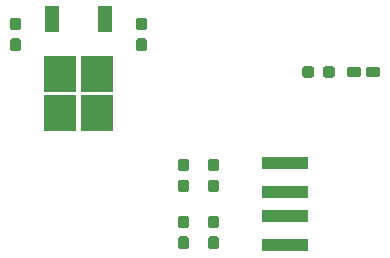
<source format=gbr>
G04 #@! TF.GenerationSoftware,KiCad,Pcbnew,(5.0.2)-1*
G04 #@! TF.CreationDate,2019-07-27T15:32:46-05:00*
G04 #@! TF.ProjectId,BusinessCards,42757369-6e65-4737-9343-617264732e6b,rev?*
G04 #@! TF.SameCoordinates,Original*
G04 #@! TF.FileFunction,Paste,Bot*
G04 #@! TF.FilePolarity,Positive*
%FSLAX46Y46*%
G04 Gerber Fmt 4.6, Leading zero omitted, Abs format (unit mm)*
G04 Created by KiCad (PCBNEW (5.0.2)-1) date 7/27/2019 3:32:46 PM*
%MOMM*%
%LPD*%
G01*
G04 APERTURE LIST*
%ADD10C,0.100000*%
%ADD11C,0.950000*%
%ADD12C,0.850000*%
%ADD13R,4.000000X1.120000*%
%ADD14R,2.750000X3.050000*%
%ADD15R,1.200000X2.200000*%
G04 APERTURE END LIST*
D10*
G04 #@! TO.C,C1*
G36*
X158756779Y-62186144D02*
X158779834Y-62189563D01*
X158802443Y-62195227D01*
X158824387Y-62203079D01*
X158845457Y-62213044D01*
X158865448Y-62225026D01*
X158884168Y-62238910D01*
X158901438Y-62254562D01*
X158917090Y-62271832D01*
X158930974Y-62290552D01*
X158942956Y-62310543D01*
X158952921Y-62331613D01*
X158960773Y-62353557D01*
X158966437Y-62376166D01*
X158969856Y-62399221D01*
X158971000Y-62422500D01*
X158971000Y-62997500D01*
X158969856Y-63020779D01*
X158966437Y-63043834D01*
X158960773Y-63066443D01*
X158952921Y-63088387D01*
X158942956Y-63109457D01*
X158930974Y-63129448D01*
X158917090Y-63148168D01*
X158901438Y-63165438D01*
X158884168Y-63181090D01*
X158865448Y-63194974D01*
X158845457Y-63206956D01*
X158824387Y-63216921D01*
X158802443Y-63224773D01*
X158779834Y-63230437D01*
X158756779Y-63233856D01*
X158733500Y-63235000D01*
X158258500Y-63235000D01*
X158235221Y-63233856D01*
X158212166Y-63230437D01*
X158189557Y-63224773D01*
X158167613Y-63216921D01*
X158146543Y-63206956D01*
X158126552Y-63194974D01*
X158107832Y-63181090D01*
X158090562Y-63165438D01*
X158074910Y-63148168D01*
X158061026Y-63129448D01*
X158049044Y-63109457D01*
X158039079Y-63088387D01*
X158031227Y-63066443D01*
X158025563Y-63043834D01*
X158022144Y-63020779D01*
X158021000Y-62997500D01*
X158021000Y-62422500D01*
X158022144Y-62399221D01*
X158025563Y-62376166D01*
X158031227Y-62353557D01*
X158039079Y-62331613D01*
X158049044Y-62310543D01*
X158061026Y-62290552D01*
X158074910Y-62271832D01*
X158090562Y-62254562D01*
X158107832Y-62238910D01*
X158126552Y-62225026D01*
X158146543Y-62213044D01*
X158167613Y-62203079D01*
X158189557Y-62195227D01*
X158212166Y-62189563D01*
X158235221Y-62186144D01*
X158258500Y-62185000D01*
X158733500Y-62185000D01*
X158756779Y-62186144D01*
X158756779Y-62186144D01*
G37*
D11*
X158496000Y-62710000D03*
D10*
G36*
X158756779Y-60436144D02*
X158779834Y-60439563D01*
X158802443Y-60445227D01*
X158824387Y-60453079D01*
X158845457Y-60463044D01*
X158865448Y-60475026D01*
X158884168Y-60488910D01*
X158901438Y-60504562D01*
X158917090Y-60521832D01*
X158930974Y-60540552D01*
X158942956Y-60560543D01*
X158952921Y-60581613D01*
X158960773Y-60603557D01*
X158966437Y-60626166D01*
X158969856Y-60649221D01*
X158971000Y-60672500D01*
X158971000Y-61247500D01*
X158969856Y-61270779D01*
X158966437Y-61293834D01*
X158960773Y-61316443D01*
X158952921Y-61338387D01*
X158942956Y-61359457D01*
X158930974Y-61379448D01*
X158917090Y-61398168D01*
X158901438Y-61415438D01*
X158884168Y-61431090D01*
X158865448Y-61444974D01*
X158845457Y-61456956D01*
X158824387Y-61466921D01*
X158802443Y-61474773D01*
X158779834Y-61480437D01*
X158756779Y-61483856D01*
X158733500Y-61485000D01*
X158258500Y-61485000D01*
X158235221Y-61483856D01*
X158212166Y-61480437D01*
X158189557Y-61474773D01*
X158167613Y-61466921D01*
X158146543Y-61456956D01*
X158126552Y-61444974D01*
X158107832Y-61431090D01*
X158090562Y-61415438D01*
X158074910Y-61398168D01*
X158061026Y-61379448D01*
X158049044Y-61359457D01*
X158039079Y-61338387D01*
X158031227Y-61316443D01*
X158025563Y-61293834D01*
X158022144Y-61270779D01*
X158021000Y-61247500D01*
X158021000Y-60672500D01*
X158022144Y-60649221D01*
X158025563Y-60626166D01*
X158031227Y-60603557D01*
X158039079Y-60581613D01*
X158049044Y-60560543D01*
X158061026Y-60540552D01*
X158074910Y-60521832D01*
X158090562Y-60504562D01*
X158107832Y-60488910D01*
X158126552Y-60475026D01*
X158146543Y-60463044D01*
X158167613Y-60453079D01*
X158189557Y-60445227D01*
X158212166Y-60439563D01*
X158235221Y-60436144D01*
X158258500Y-60435000D01*
X158733500Y-60435000D01*
X158756779Y-60436144D01*
X158756779Y-60436144D01*
G37*
D11*
X158496000Y-60960000D03*
G04 #@! TD*
D10*
G04 #@! TO.C,C2*
G36*
X169424779Y-60436144D02*
X169447834Y-60439563D01*
X169470443Y-60445227D01*
X169492387Y-60453079D01*
X169513457Y-60463044D01*
X169533448Y-60475026D01*
X169552168Y-60488910D01*
X169569438Y-60504562D01*
X169585090Y-60521832D01*
X169598974Y-60540552D01*
X169610956Y-60560543D01*
X169620921Y-60581613D01*
X169628773Y-60603557D01*
X169634437Y-60626166D01*
X169637856Y-60649221D01*
X169639000Y-60672500D01*
X169639000Y-61247500D01*
X169637856Y-61270779D01*
X169634437Y-61293834D01*
X169628773Y-61316443D01*
X169620921Y-61338387D01*
X169610956Y-61359457D01*
X169598974Y-61379448D01*
X169585090Y-61398168D01*
X169569438Y-61415438D01*
X169552168Y-61431090D01*
X169533448Y-61444974D01*
X169513457Y-61456956D01*
X169492387Y-61466921D01*
X169470443Y-61474773D01*
X169447834Y-61480437D01*
X169424779Y-61483856D01*
X169401500Y-61485000D01*
X168926500Y-61485000D01*
X168903221Y-61483856D01*
X168880166Y-61480437D01*
X168857557Y-61474773D01*
X168835613Y-61466921D01*
X168814543Y-61456956D01*
X168794552Y-61444974D01*
X168775832Y-61431090D01*
X168758562Y-61415438D01*
X168742910Y-61398168D01*
X168729026Y-61379448D01*
X168717044Y-61359457D01*
X168707079Y-61338387D01*
X168699227Y-61316443D01*
X168693563Y-61293834D01*
X168690144Y-61270779D01*
X168689000Y-61247500D01*
X168689000Y-60672500D01*
X168690144Y-60649221D01*
X168693563Y-60626166D01*
X168699227Y-60603557D01*
X168707079Y-60581613D01*
X168717044Y-60560543D01*
X168729026Y-60540552D01*
X168742910Y-60521832D01*
X168758562Y-60504562D01*
X168775832Y-60488910D01*
X168794552Y-60475026D01*
X168814543Y-60463044D01*
X168835613Y-60453079D01*
X168857557Y-60445227D01*
X168880166Y-60439563D01*
X168903221Y-60436144D01*
X168926500Y-60435000D01*
X169401500Y-60435000D01*
X169424779Y-60436144D01*
X169424779Y-60436144D01*
G37*
D11*
X169164000Y-60960000D03*
D10*
G36*
X169424779Y-62186144D02*
X169447834Y-62189563D01*
X169470443Y-62195227D01*
X169492387Y-62203079D01*
X169513457Y-62213044D01*
X169533448Y-62225026D01*
X169552168Y-62238910D01*
X169569438Y-62254562D01*
X169585090Y-62271832D01*
X169598974Y-62290552D01*
X169610956Y-62310543D01*
X169620921Y-62331613D01*
X169628773Y-62353557D01*
X169634437Y-62376166D01*
X169637856Y-62399221D01*
X169639000Y-62422500D01*
X169639000Y-62997500D01*
X169637856Y-63020779D01*
X169634437Y-63043834D01*
X169628773Y-63066443D01*
X169620921Y-63088387D01*
X169610956Y-63109457D01*
X169598974Y-63129448D01*
X169585090Y-63148168D01*
X169569438Y-63165438D01*
X169552168Y-63181090D01*
X169533448Y-63194974D01*
X169513457Y-63206956D01*
X169492387Y-63216921D01*
X169470443Y-63224773D01*
X169447834Y-63230437D01*
X169424779Y-63233856D01*
X169401500Y-63235000D01*
X168926500Y-63235000D01*
X168903221Y-63233856D01*
X168880166Y-63230437D01*
X168857557Y-63224773D01*
X168835613Y-63216921D01*
X168814543Y-63206956D01*
X168794552Y-63194974D01*
X168775832Y-63181090D01*
X168758562Y-63165438D01*
X168742910Y-63148168D01*
X168729026Y-63129448D01*
X168717044Y-63109457D01*
X168707079Y-63088387D01*
X168699227Y-63066443D01*
X168693563Y-63043834D01*
X168690144Y-63020779D01*
X168689000Y-62997500D01*
X168689000Y-62422500D01*
X168690144Y-62399221D01*
X168693563Y-62376166D01*
X168699227Y-62353557D01*
X168707079Y-62331613D01*
X168717044Y-62310543D01*
X168729026Y-62290552D01*
X168742910Y-62271832D01*
X168758562Y-62254562D01*
X168775832Y-62238910D01*
X168794552Y-62225026D01*
X168814543Y-62213044D01*
X168835613Y-62203079D01*
X168857557Y-62195227D01*
X168880166Y-62189563D01*
X168903221Y-62186144D01*
X168926500Y-62185000D01*
X169401500Y-62185000D01*
X169424779Y-62186144D01*
X169424779Y-62186144D01*
G37*
D11*
X169164000Y-62710000D03*
G04 #@! TD*
D10*
G04 #@! TO.C,D1*
G36*
X187568329Y-64600023D02*
X187588957Y-64603083D01*
X187609185Y-64608150D01*
X187628820Y-64615176D01*
X187647672Y-64624092D01*
X187665559Y-64634813D01*
X187682309Y-64647235D01*
X187697760Y-64661240D01*
X187711765Y-64676691D01*
X187724187Y-64693441D01*
X187734908Y-64711328D01*
X187743824Y-64730180D01*
X187750850Y-64749815D01*
X187755917Y-64770043D01*
X187758977Y-64790671D01*
X187760000Y-64811500D01*
X187760000Y-65236500D01*
X187758977Y-65257329D01*
X187755917Y-65277957D01*
X187750850Y-65298185D01*
X187743824Y-65317820D01*
X187734908Y-65336672D01*
X187724187Y-65354559D01*
X187711765Y-65371309D01*
X187697760Y-65386760D01*
X187682309Y-65400765D01*
X187665559Y-65413187D01*
X187647672Y-65423908D01*
X187628820Y-65432824D01*
X187609185Y-65439850D01*
X187588957Y-65444917D01*
X187568329Y-65447977D01*
X187547500Y-65449000D01*
X186747500Y-65449000D01*
X186726671Y-65447977D01*
X186706043Y-65444917D01*
X186685815Y-65439850D01*
X186666180Y-65432824D01*
X186647328Y-65423908D01*
X186629441Y-65413187D01*
X186612691Y-65400765D01*
X186597240Y-65386760D01*
X186583235Y-65371309D01*
X186570813Y-65354559D01*
X186560092Y-65336672D01*
X186551176Y-65317820D01*
X186544150Y-65298185D01*
X186539083Y-65277957D01*
X186536023Y-65257329D01*
X186535000Y-65236500D01*
X186535000Y-64811500D01*
X186536023Y-64790671D01*
X186539083Y-64770043D01*
X186544150Y-64749815D01*
X186551176Y-64730180D01*
X186560092Y-64711328D01*
X186570813Y-64693441D01*
X186583235Y-64676691D01*
X186597240Y-64661240D01*
X186612691Y-64647235D01*
X186629441Y-64634813D01*
X186647328Y-64624092D01*
X186666180Y-64615176D01*
X186685815Y-64608150D01*
X186706043Y-64603083D01*
X186726671Y-64600023D01*
X186747500Y-64599000D01*
X187547500Y-64599000D01*
X187568329Y-64600023D01*
X187568329Y-64600023D01*
G37*
D12*
X187147500Y-65024000D03*
D10*
G36*
X189193329Y-64600023D02*
X189213957Y-64603083D01*
X189234185Y-64608150D01*
X189253820Y-64615176D01*
X189272672Y-64624092D01*
X189290559Y-64634813D01*
X189307309Y-64647235D01*
X189322760Y-64661240D01*
X189336765Y-64676691D01*
X189349187Y-64693441D01*
X189359908Y-64711328D01*
X189368824Y-64730180D01*
X189375850Y-64749815D01*
X189380917Y-64770043D01*
X189383977Y-64790671D01*
X189385000Y-64811500D01*
X189385000Y-65236500D01*
X189383977Y-65257329D01*
X189380917Y-65277957D01*
X189375850Y-65298185D01*
X189368824Y-65317820D01*
X189359908Y-65336672D01*
X189349187Y-65354559D01*
X189336765Y-65371309D01*
X189322760Y-65386760D01*
X189307309Y-65400765D01*
X189290559Y-65413187D01*
X189272672Y-65423908D01*
X189253820Y-65432824D01*
X189234185Y-65439850D01*
X189213957Y-65444917D01*
X189193329Y-65447977D01*
X189172500Y-65449000D01*
X188372500Y-65449000D01*
X188351671Y-65447977D01*
X188331043Y-65444917D01*
X188310815Y-65439850D01*
X188291180Y-65432824D01*
X188272328Y-65423908D01*
X188254441Y-65413187D01*
X188237691Y-65400765D01*
X188222240Y-65386760D01*
X188208235Y-65371309D01*
X188195813Y-65354559D01*
X188185092Y-65336672D01*
X188176176Y-65317820D01*
X188169150Y-65298185D01*
X188164083Y-65277957D01*
X188161023Y-65257329D01*
X188160000Y-65236500D01*
X188160000Y-64811500D01*
X188161023Y-64790671D01*
X188164083Y-64770043D01*
X188169150Y-64749815D01*
X188176176Y-64730180D01*
X188185092Y-64711328D01*
X188195813Y-64693441D01*
X188208235Y-64676691D01*
X188222240Y-64661240D01*
X188237691Y-64647235D01*
X188254441Y-64634813D01*
X188272328Y-64624092D01*
X188291180Y-64615176D01*
X188310815Y-64608150D01*
X188331043Y-64603083D01*
X188351671Y-64600023D01*
X188372500Y-64599000D01*
X189172500Y-64599000D01*
X189193329Y-64600023D01*
X189193329Y-64600023D01*
G37*
D12*
X188772500Y-65024000D03*
G04 #@! TD*
D13*
G04 #@! TO.C,Conn1*
X181332000Y-77200000D03*
X181332000Y-75184000D03*
X181332000Y-72700000D03*
X181332000Y-79700000D03*
G04 #@! TD*
D10*
G04 #@! TO.C,R1*
G36*
X185335779Y-64550144D02*
X185358834Y-64553563D01*
X185381443Y-64559227D01*
X185403387Y-64567079D01*
X185424457Y-64577044D01*
X185444448Y-64589026D01*
X185463168Y-64602910D01*
X185480438Y-64618562D01*
X185496090Y-64635832D01*
X185509974Y-64654552D01*
X185521956Y-64674543D01*
X185531921Y-64695613D01*
X185539773Y-64717557D01*
X185545437Y-64740166D01*
X185548856Y-64763221D01*
X185550000Y-64786500D01*
X185550000Y-65261500D01*
X185548856Y-65284779D01*
X185545437Y-65307834D01*
X185539773Y-65330443D01*
X185531921Y-65352387D01*
X185521956Y-65373457D01*
X185509974Y-65393448D01*
X185496090Y-65412168D01*
X185480438Y-65429438D01*
X185463168Y-65445090D01*
X185444448Y-65458974D01*
X185424457Y-65470956D01*
X185403387Y-65480921D01*
X185381443Y-65488773D01*
X185358834Y-65494437D01*
X185335779Y-65497856D01*
X185312500Y-65499000D01*
X184737500Y-65499000D01*
X184714221Y-65497856D01*
X184691166Y-65494437D01*
X184668557Y-65488773D01*
X184646613Y-65480921D01*
X184625543Y-65470956D01*
X184605552Y-65458974D01*
X184586832Y-65445090D01*
X184569562Y-65429438D01*
X184553910Y-65412168D01*
X184540026Y-65393448D01*
X184528044Y-65373457D01*
X184518079Y-65352387D01*
X184510227Y-65330443D01*
X184504563Y-65307834D01*
X184501144Y-65284779D01*
X184500000Y-65261500D01*
X184500000Y-64786500D01*
X184501144Y-64763221D01*
X184504563Y-64740166D01*
X184510227Y-64717557D01*
X184518079Y-64695613D01*
X184528044Y-64674543D01*
X184540026Y-64654552D01*
X184553910Y-64635832D01*
X184569562Y-64618562D01*
X184586832Y-64602910D01*
X184605552Y-64589026D01*
X184625543Y-64577044D01*
X184646613Y-64567079D01*
X184668557Y-64559227D01*
X184691166Y-64553563D01*
X184714221Y-64550144D01*
X184737500Y-64549000D01*
X185312500Y-64549000D01*
X185335779Y-64550144D01*
X185335779Y-64550144D01*
G37*
D11*
X185025000Y-65024000D03*
D10*
G36*
X183585779Y-64550144D02*
X183608834Y-64553563D01*
X183631443Y-64559227D01*
X183653387Y-64567079D01*
X183674457Y-64577044D01*
X183694448Y-64589026D01*
X183713168Y-64602910D01*
X183730438Y-64618562D01*
X183746090Y-64635832D01*
X183759974Y-64654552D01*
X183771956Y-64674543D01*
X183781921Y-64695613D01*
X183789773Y-64717557D01*
X183795437Y-64740166D01*
X183798856Y-64763221D01*
X183800000Y-64786500D01*
X183800000Y-65261500D01*
X183798856Y-65284779D01*
X183795437Y-65307834D01*
X183789773Y-65330443D01*
X183781921Y-65352387D01*
X183771956Y-65373457D01*
X183759974Y-65393448D01*
X183746090Y-65412168D01*
X183730438Y-65429438D01*
X183713168Y-65445090D01*
X183694448Y-65458974D01*
X183674457Y-65470956D01*
X183653387Y-65480921D01*
X183631443Y-65488773D01*
X183608834Y-65494437D01*
X183585779Y-65497856D01*
X183562500Y-65499000D01*
X182987500Y-65499000D01*
X182964221Y-65497856D01*
X182941166Y-65494437D01*
X182918557Y-65488773D01*
X182896613Y-65480921D01*
X182875543Y-65470956D01*
X182855552Y-65458974D01*
X182836832Y-65445090D01*
X182819562Y-65429438D01*
X182803910Y-65412168D01*
X182790026Y-65393448D01*
X182778044Y-65373457D01*
X182768079Y-65352387D01*
X182760227Y-65330443D01*
X182754563Y-65307834D01*
X182751144Y-65284779D01*
X182750000Y-65261500D01*
X182750000Y-64786500D01*
X182751144Y-64763221D01*
X182754563Y-64740166D01*
X182760227Y-64717557D01*
X182768079Y-64695613D01*
X182778044Y-64674543D01*
X182790026Y-64654552D01*
X182803910Y-64635832D01*
X182819562Y-64618562D01*
X182836832Y-64602910D01*
X182855552Y-64589026D01*
X182875543Y-64577044D01*
X182896613Y-64567079D01*
X182918557Y-64559227D01*
X182941166Y-64553563D01*
X182964221Y-64550144D01*
X182987500Y-64549000D01*
X183562500Y-64549000D01*
X183585779Y-64550144D01*
X183585779Y-64550144D01*
G37*
D11*
X183275000Y-65024000D03*
G04 #@! TD*
D10*
G04 #@! TO.C,R2*
G36*
X172980779Y-77200144D02*
X173003834Y-77203563D01*
X173026443Y-77209227D01*
X173048387Y-77217079D01*
X173069457Y-77227044D01*
X173089448Y-77239026D01*
X173108168Y-77252910D01*
X173125438Y-77268562D01*
X173141090Y-77285832D01*
X173154974Y-77304552D01*
X173166956Y-77324543D01*
X173176921Y-77345613D01*
X173184773Y-77367557D01*
X173190437Y-77390166D01*
X173193856Y-77413221D01*
X173195000Y-77436500D01*
X173195000Y-78011500D01*
X173193856Y-78034779D01*
X173190437Y-78057834D01*
X173184773Y-78080443D01*
X173176921Y-78102387D01*
X173166956Y-78123457D01*
X173154974Y-78143448D01*
X173141090Y-78162168D01*
X173125438Y-78179438D01*
X173108168Y-78195090D01*
X173089448Y-78208974D01*
X173069457Y-78220956D01*
X173048387Y-78230921D01*
X173026443Y-78238773D01*
X173003834Y-78244437D01*
X172980779Y-78247856D01*
X172957500Y-78249000D01*
X172482500Y-78249000D01*
X172459221Y-78247856D01*
X172436166Y-78244437D01*
X172413557Y-78238773D01*
X172391613Y-78230921D01*
X172370543Y-78220956D01*
X172350552Y-78208974D01*
X172331832Y-78195090D01*
X172314562Y-78179438D01*
X172298910Y-78162168D01*
X172285026Y-78143448D01*
X172273044Y-78123457D01*
X172263079Y-78102387D01*
X172255227Y-78080443D01*
X172249563Y-78057834D01*
X172246144Y-78034779D01*
X172245000Y-78011500D01*
X172245000Y-77436500D01*
X172246144Y-77413221D01*
X172249563Y-77390166D01*
X172255227Y-77367557D01*
X172263079Y-77345613D01*
X172273044Y-77324543D01*
X172285026Y-77304552D01*
X172298910Y-77285832D01*
X172314562Y-77268562D01*
X172331832Y-77252910D01*
X172350552Y-77239026D01*
X172370543Y-77227044D01*
X172391613Y-77217079D01*
X172413557Y-77209227D01*
X172436166Y-77203563D01*
X172459221Y-77200144D01*
X172482500Y-77199000D01*
X172957500Y-77199000D01*
X172980779Y-77200144D01*
X172980779Y-77200144D01*
G37*
D11*
X172720000Y-77724000D03*
D10*
G36*
X172980779Y-78950144D02*
X173003834Y-78953563D01*
X173026443Y-78959227D01*
X173048387Y-78967079D01*
X173069457Y-78977044D01*
X173089448Y-78989026D01*
X173108168Y-79002910D01*
X173125438Y-79018562D01*
X173141090Y-79035832D01*
X173154974Y-79054552D01*
X173166956Y-79074543D01*
X173176921Y-79095613D01*
X173184773Y-79117557D01*
X173190437Y-79140166D01*
X173193856Y-79163221D01*
X173195000Y-79186500D01*
X173195000Y-79761500D01*
X173193856Y-79784779D01*
X173190437Y-79807834D01*
X173184773Y-79830443D01*
X173176921Y-79852387D01*
X173166956Y-79873457D01*
X173154974Y-79893448D01*
X173141090Y-79912168D01*
X173125438Y-79929438D01*
X173108168Y-79945090D01*
X173089448Y-79958974D01*
X173069457Y-79970956D01*
X173048387Y-79980921D01*
X173026443Y-79988773D01*
X173003834Y-79994437D01*
X172980779Y-79997856D01*
X172957500Y-79999000D01*
X172482500Y-79999000D01*
X172459221Y-79997856D01*
X172436166Y-79994437D01*
X172413557Y-79988773D01*
X172391613Y-79980921D01*
X172370543Y-79970956D01*
X172350552Y-79958974D01*
X172331832Y-79945090D01*
X172314562Y-79929438D01*
X172298910Y-79912168D01*
X172285026Y-79893448D01*
X172273044Y-79873457D01*
X172263079Y-79852387D01*
X172255227Y-79830443D01*
X172249563Y-79807834D01*
X172246144Y-79784779D01*
X172245000Y-79761500D01*
X172245000Y-79186500D01*
X172246144Y-79163221D01*
X172249563Y-79140166D01*
X172255227Y-79117557D01*
X172263079Y-79095613D01*
X172273044Y-79074543D01*
X172285026Y-79054552D01*
X172298910Y-79035832D01*
X172314562Y-79018562D01*
X172331832Y-79002910D01*
X172350552Y-78989026D01*
X172370543Y-78977044D01*
X172391613Y-78967079D01*
X172413557Y-78959227D01*
X172436166Y-78953563D01*
X172459221Y-78950144D01*
X172482500Y-78949000D01*
X172957500Y-78949000D01*
X172980779Y-78950144D01*
X172980779Y-78950144D01*
G37*
D11*
X172720000Y-79474000D03*
G04 #@! TD*
D10*
G04 #@! TO.C,R3*
G36*
X175520779Y-77200144D02*
X175543834Y-77203563D01*
X175566443Y-77209227D01*
X175588387Y-77217079D01*
X175609457Y-77227044D01*
X175629448Y-77239026D01*
X175648168Y-77252910D01*
X175665438Y-77268562D01*
X175681090Y-77285832D01*
X175694974Y-77304552D01*
X175706956Y-77324543D01*
X175716921Y-77345613D01*
X175724773Y-77367557D01*
X175730437Y-77390166D01*
X175733856Y-77413221D01*
X175735000Y-77436500D01*
X175735000Y-78011500D01*
X175733856Y-78034779D01*
X175730437Y-78057834D01*
X175724773Y-78080443D01*
X175716921Y-78102387D01*
X175706956Y-78123457D01*
X175694974Y-78143448D01*
X175681090Y-78162168D01*
X175665438Y-78179438D01*
X175648168Y-78195090D01*
X175629448Y-78208974D01*
X175609457Y-78220956D01*
X175588387Y-78230921D01*
X175566443Y-78238773D01*
X175543834Y-78244437D01*
X175520779Y-78247856D01*
X175497500Y-78249000D01*
X175022500Y-78249000D01*
X174999221Y-78247856D01*
X174976166Y-78244437D01*
X174953557Y-78238773D01*
X174931613Y-78230921D01*
X174910543Y-78220956D01*
X174890552Y-78208974D01*
X174871832Y-78195090D01*
X174854562Y-78179438D01*
X174838910Y-78162168D01*
X174825026Y-78143448D01*
X174813044Y-78123457D01*
X174803079Y-78102387D01*
X174795227Y-78080443D01*
X174789563Y-78057834D01*
X174786144Y-78034779D01*
X174785000Y-78011500D01*
X174785000Y-77436500D01*
X174786144Y-77413221D01*
X174789563Y-77390166D01*
X174795227Y-77367557D01*
X174803079Y-77345613D01*
X174813044Y-77324543D01*
X174825026Y-77304552D01*
X174838910Y-77285832D01*
X174854562Y-77268562D01*
X174871832Y-77252910D01*
X174890552Y-77239026D01*
X174910543Y-77227044D01*
X174931613Y-77217079D01*
X174953557Y-77209227D01*
X174976166Y-77203563D01*
X174999221Y-77200144D01*
X175022500Y-77199000D01*
X175497500Y-77199000D01*
X175520779Y-77200144D01*
X175520779Y-77200144D01*
G37*
D11*
X175260000Y-77724000D03*
D10*
G36*
X175520779Y-78950144D02*
X175543834Y-78953563D01*
X175566443Y-78959227D01*
X175588387Y-78967079D01*
X175609457Y-78977044D01*
X175629448Y-78989026D01*
X175648168Y-79002910D01*
X175665438Y-79018562D01*
X175681090Y-79035832D01*
X175694974Y-79054552D01*
X175706956Y-79074543D01*
X175716921Y-79095613D01*
X175724773Y-79117557D01*
X175730437Y-79140166D01*
X175733856Y-79163221D01*
X175735000Y-79186500D01*
X175735000Y-79761500D01*
X175733856Y-79784779D01*
X175730437Y-79807834D01*
X175724773Y-79830443D01*
X175716921Y-79852387D01*
X175706956Y-79873457D01*
X175694974Y-79893448D01*
X175681090Y-79912168D01*
X175665438Y-79929438D01*
X175648168Y-79945090D01*
X175629448Y-79958974D01*
X175609457Y-79970956D01*
X175588387Y-79980921D01*
X175566443Y-79988773D01*
X175543834Y-79994437D01*
X175520779Y-79997856D01*
X175497500Y-79999000D01*
X175022500Y-79999000D01*
X174999221Y-79997856D01*
X174976166Y-79994437D01*
X174953557Y-79988773D01*
X174931613Y-79980921D01*
X174910543Y-79970956D01*
X174890552Y-79958974D01*
X174871832Y-79945090D01*
X174854562Y-79929438D01*
X174838910Y-79912168D01*
X174825026Y-79893448D01*
X174813044Y-79873457D01*
X174803079Y-79852387D01*
X174795227Y-79830443D01*
X174789563Y-79807834D01*
X174786144Y-79784779D01*
X174785000Y-79761500D01*
X174785000Y-79186500D01*
X174786144Y-79163221D01*
X174789563Y-79140166D01*
X174795227Y-79117557D01*
X174803079Y-79095613D01*
X174813044Y-79074543D01*
X174825026Y-79054552D01*
X174838910Y-79035832D01*
X174854562Y-79018562D01*
X174871832Y-79002910D01*
X174890552Y-78989026D01*
X174910543Y-78977044D01*
X174931613Y-78967079D01*
X174953557Y-78959227D01*
X174976166Y-78953563D01*
X174999221Y-78950144D01*
X175022500Y-78949000D01*
X175497500Y-78949000D01*
X175520779Y-78950144D01*
X175520779Y-78950144D01*
G37*
D11*
X175260000Y-79474000D03*
G04 #@! TD*
D10*
G04 #@! TO.C,R4*
G36*
X172980779Y-74152144D02*
X173003834Y-74155563D01*
X173026443Y-74161227D01*
X173048387Y-74169079D01*
X173069457Y-74179044D01*
X173089448Y-74191026D01*
X173108168Y-74204910D01*
X173125438Y-74220562D01*
X173141090Y-74237832D01*
X173154974Y-74256552D01*
X173166956Y-74276543D01*
X173176921Y-74297613D01*
X173184773Y-74319557D01*
X173190437Y-74342166D01*
X173193856Y-74365221D01*
X173195000Y-74388500D01*
X173195000Y-74963500D01*
X173193856Y-74986779D01*
X173190437Y-75009834D01*
X173184773Y-75032443D01*
X173176921Y-75054387D01*
X173166956Y-75075457D01*
X173154974Y-75095448D01*
X173141090Y-75114168D01*
X173125438Y-75131438D01*
X173108168Y-75147090D01*
X173089448Y-75160974D01*
X173069457Y-75172956D01*
X173048387Y-75182921D01*
X173026443Y-75190773D01*
X173003834Y-75196437D01*
X172980779Y-75199856D01*
X172957500Y-75201000D01*
X172482500Y-75201000D01*
X172459221Y-75199856D01*
X172436166Y-75196437D01*
X172413557Y-75190773D01*
X172391613Y-75182921D01*
X172370543Y-75172956D01*
X172350552Y-75160974D01*
X172331832Y-75147090D01*
X172314562Y-75131438D01*
X172298910Y-75114168D01*
X172285026Y-75095448D01*
X172273044Y-75075457D01*
X172263079Y-75054387D01*
X172255227Y-75032443D01*
X172249563Y-75009834D01*
X172246144Y-74986779D01*
X172245000Y-74963500D01*
X172245000Y-74388500D01*
X172246144Y-74365221D01*
X172249563Y-74342166D01*
X172255227Y-74319557D01*
X172263079Y-74297613D01*
X172273044Y-74276543D01*
X172285026Y-74256552D01*
X172298910Y-74237832D01*
X172314562Y-74220562D01*
X172331832Y-74204910D01*
X172350552Y-74191026D01*
X172370543Y-74179044D01*
X172391613Y-74169079D01*
X172413557Y-74161227D01*
X172436166Y-74155563D01*
X172459221Y-74152144D01*
X172482500Y-74151000D01*
X172957500Y-74151000D01*
X172980779Y-74152144D01*
X172980779Y-74152144D01*
G37*
D11*
X172720000Y-74676000D03*
D10*
G36*
X172980779Y-72402144D02*
X173003834Y-72405563D01*
X173026443Y-72411227D01*
X173048387Y-72419079D01*
X173069457Y-72429044D01*
X173089448Y-72441026D01*
X173108168Y-72454910D01*
X173125438Y-72470562D01*
X173141090Y-72487832D01*
X173154974Y-72506552D01*
X173166956Y-72526543D01*
X173176921Y-72547613D01*
X173184773Y-72569557D01*
X173190437Y-72592166D01*
X173193856Y-72615221D01*
X173195000Y-72638500D01*
X173195000Y-73213500D01*
X173193856Y-73236779D01*
X173190437Y-73259834D01*
X173184773Y-73282443D01*
X173176921Y-73304387D01*
X173166956Y-73325457D01*
X173154974Y-73345448D01*
X173141090Y-73364168D01*
X173125438Y-73381438D01*
X173108168Y-73397090D01*
X173089448Y-73410974D01*
X173069457Y-73422956D01*
X173048387Y-73432921D01*
X173026443Y-73440773D01*
X173003834Y-73446437D01*
X172980779Y-73449856D01*
X172957500Y-73451000D01*
X172482500Y-73451000D01*
X172459221Y-73449856D01*
X172436166Y-73446437D01*
X172413557Y-73440773D01*
X172391613Y-73432921D01*
X172370543Y-73422956D01*
X172350552Y-73410974D01*
X172331832Y-73397090D01*
X172314562Y-73381438D01*
X172298910Y-73364168D01*
X172285026Y-73345448D01*
X172273044Y-73325457D01*
X172263079Y-73304387D01*
X172255227Y-73282443D01*
X172249563Y-73259834D01*
X172246144Y-73236779D01*
X172245000Y-73213500D01*
X172245000Y-72638500D01*
X172246144Y-72615221D01*
X172249563Y-72592166D01*
X172255227Y-72569557D01*
X172263079Y-72547613D01*
X172273044Y-72526543D01*
X172285026Y-72506552D01*
X172298910Y-72487832D01*
X172314562Y-72470562D01*
X172331832Y-72454910D01*
X172350552Y-72441026D01*
X172370543Y-72429044D01*
X172391613Y-72419079D01*
X172413557Y-72411227D01*
X172436166Y-72405563D01*
X172459221Y-72402144D01*
X172482500Y-72401000D01*
X172957500Y-72401000D01*
X172980779Y-72402144D01*
X172980779Y-72402144D01*
G37*
D11*
X172720000Y-72926000D03*
G04 #@! TD*
D10*
G04 #@! TO.C,R5*
G36*
X175520779Y-74152144D02*
X175543834Y-74155563D01*
X175566443Y-74161227D01*
X175588387Y-74169079D01*
X175609457Y-74179044D01*
X175629448Y-74191026D01*
X175648168Y-74204910D01*
X175665438Y-74220562D01*
X175681090Y-74237832D01*
X175694974Y-74256552D01*
X175706956Y-74276543D01*
X175716921Y-74297613D01*
X175724773Y-74319557D01*
X175730437Y-74342166D01*
X175733856Y-74365221D01*
X175735000Y-74388500D01*
X175735000Y-74963500D01*
X175733856Y-74986779D01*
X175730437Y-75009834D01*
X175724773Y-75032443D01*
X175716921Y-75054387D01*
X175706956Y-75075457D01*
X175694974Y-75095448D01*
X175681090Y-75114168D01*
X175665438Y-75131438D01*
X175648168Y-75147090D01*
X175629448Y-75160974D01*
X175609457Y-75172956D01*
X175588387Y-75182921D01*
X175566443Y-75190773D01*
X175543834Y-75196437D01*
X175520779Y-75199856D01*
X175497500Y-75201000D01*
X175022500Y-75201000D01*
X174999221Y-75199856D01*
X174976166Y-75196437D01*
X174953557Y-75190773D01*
X174931613Y-75182921D01*
X174910543Y-75172956D01*
X174890552Y-75160974D01*
X174871832Y-75147090D01*
X174854562Y-75131438D01*
X174838910Y-75114168D01*
X174825026Y-75095448D01*
X174813044Y-75075457D01*
X174803079Y-75054387D01*
X174795227Y-75032443D01*
X174789563Y-75009834D01*
X174786144Y-74986779D01*
X174785000Y-74963500D01*
X174785000Y-74388500D01*
X174786144Y-74365221D01*
X174789563Y-74342166D01*
X174795227Y-74319557D01*
X174803079Y-74297613D01*
X174813044Y-74276543D01*
X174825026Y-74256552D01*
X174838910Y-74237832D01*
X174854562Y-74220562D01*
X174871832Y-74204910D01*
X174890552Y-74191026D01*
X174910543Y-74179044D01*
X174931613Y-74169079D01*
X174953557Y-74161227D01*
X174976166Y-74155563D01*
X174999221Y-74152144D01*
X175022500Y-74151000D01*
X175497500Y-74151000D01*
X175520779Y-74152144D01*
X175520779Y-74152144D01*
G37*
D11*
X175260000Y-74676000D03*
D10*
G36*
X175520779Y-72402144D02*
X175543834Y-72405563D01*
X175566443Y-72411227D01*
X175588387Y-72419079D01*
X175609457Y-72429044D01*
X175629448Y-72441026D01*
X175648168Y-72454910D01*
X175665438Y-72470562D01*
X175681090Y-72487832D01*
X175694974Y-72506552D01*
X175706956Y-72526543D01*
X175716921Y-72547613D01*
X175724773Y-72569557D01*
X175730437Y-72592166D01*
X175733856Y-72615221D01*
X175735000Y-72638500D01*
X175735000Y-73213500D01*
X175733856Y-73236779D01*
X175730437Y-73259834D01*
X175724773Y-73282443D01*
X175716921Y-73304387D01*
X175706956Y-73325457D01*
X175694974Y-73345448D01*
X175681090Y-73364168D01*
X175665438Y-73381438D01*
X175648168Y-73397090D01*
X175629448Y-73410974D01*
X175609457Y-73422956D01*
X175588387Y-73432921D01*
X175566443Y-73440773D01*
X175543834Y-73446437D01*
X175520779Y-73449856D01*
X175497500Y-73451000D01*
X175022500Y-73451000D01*
X174999221Y-73449856D01*
X174976166Y-73446437D01*
X174953557Y-73440773D01*
X174931613Y-73432921D01*
X174910543Y-73422956D01*
X174890552Y-73410974D01*
X174871832Y-73397090D01*
X174854562Y-73381438D01*
X174838910Y-73364168D01*
X174825026Y-73345448D01*
X174813044Y-73325457D01*
X174803079Y-73304387D01*
X174795227Y-73282443D01*
X174789563Y-73259834D01*
X174786144Y-73236779D01*
X174785000Y-73213500D01*
X174785000Y-72638500D01*
X174786144Y-72615221D01*
X174789563Y-72592166D01*
X174795227Y-72569557D01*
X174803079Y-72547613D01*
X174813044Y-72526543D01*
X174825026Y-72506552D01*
X174838910Y-72487832D01*
X174854562Y-72470562D01*
X174871832Y-72454910D01*
X174890552Y-72441026D01*
X174910543Y-72429044D01*
X174931613Y-72419079D01*
X174953557Y-72411227D01*
X174976166Y-72405563D01*
X174999221Y-72402144D01*
X175022500Y-72401000D01*
X175497500Y-72401000D01*
X175520779Y-72402144D01*
X175520779Y-72402144D01*
G37*
D11*
X175260000Y-72926000D03*
G04 #@! TD*
D14*
G04 #@! TO.C,U1*
X165355000Y-65195000D03*
X162305000Y-68545000D03*
X162305000Y-65195000D03*
X165355000Y-68545000D03*
D15*
X166110000Y-60570000D03*
X161550000Y-60570000D03*
G04 #@! TD*
M02*

</source>
